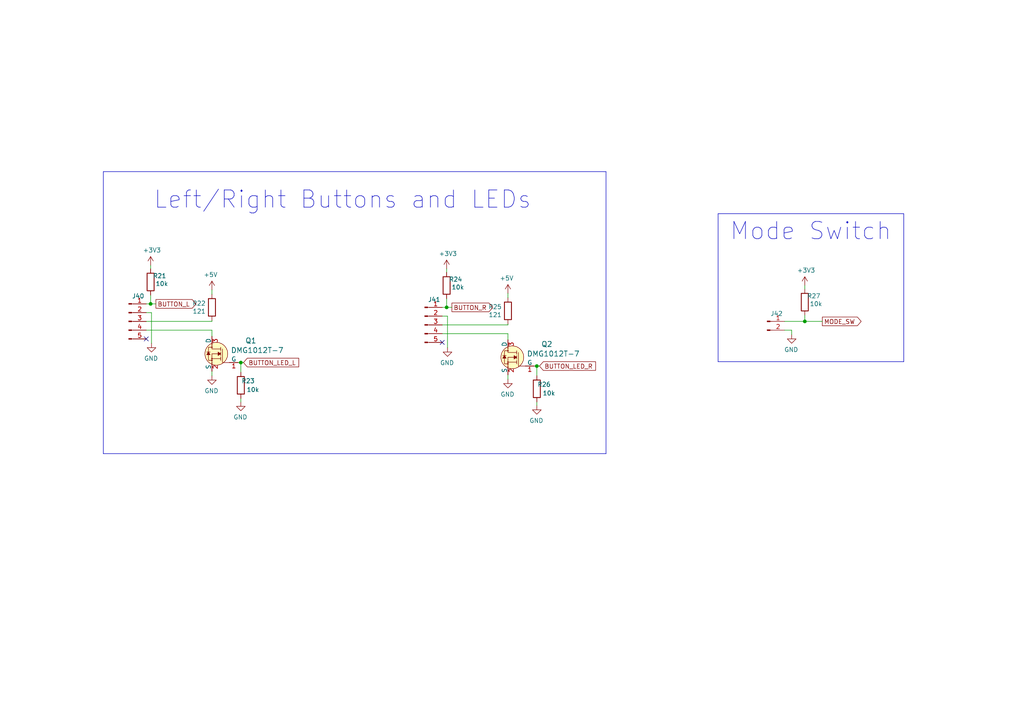
<source format=kicad_sch>
(kicad_sch (version 20230121) (generator eeschema)
  (paper "A4")
  (lib_symbols
    (symbol "Device:R" (pin_numbers hide) (pin_names (offset 0))
      (property "Reference" "R" (at 2.032 0 90))
      (property "Value" "R" (at 0 0 90))
      (symbol "R_0_1"
        (rectangle (start -1.016 -2.54) (end 1.016 2.54) (stroke (width 0.254)))
      )
      (symbol "R_1_1"
        (pin passive line (at 0 3.81 270) (length 1.27) (name "~") (number "1"))
        (pin passive line (at 0 -3.81 90) (length 1.27) (name "~") (number "2"))
      )
    )
    (symbol "SpaceCenter_MainBoard_KiCAD-rescue:+3.3V-power" (power) (pin_names (offset 0))
      (property "Value" "+3.3V-power" (at 0 3.556 0))
      (symbol "+3.3V-power_0_1"
        (polyline (pts (xy -0.762 1.27) (xy 0 2.54)))
        (polyline (pts (xy 0 0) (xy 0 2.54)))
        (polyline (pts (xy 0 2.54) (xy 0.762 1.27)))
      )
      (symbol "+3.3V-power_1_1"
        (pin power_in line (at 0 0 90) (length 0) hide (name "+3V3") (number "1"))
      )
    )
    (symbol "SpaceCenter_MainBoard_KiCAD-rescue:Conn_01x02_Male-Connector" (pin_names (offset 1.016) hide)
      (property "Reference" "J" (at 0 2.54 0))
      (property "Value" "Connector_Conn_01x02_Male" (at 0 -5.08 0))
      (symbol "Conn_01x02_Male-Connector_1_1"
        (polyline (pts (xy 1.27 -2.54) (xy 0.8636 -2.54)) (stroke (width 0.1524)))
        (polyline (pts (xy 1.27 0) (xy 0.8636 0)) (stroke (width 0.1524)))
        (rectangle (start 0.8636 -2.413) (end 0 -2.667) (stroke (width 0.1524)) (fill (type outline)))
        (rectangle (start 0.8636 0.127) (end 0 -0.127) (stroke (width 0.1524)) (fill (type outline)))
        (pin passive line (at 5.08 0 180) (length 3.81) (name "Pin_1") (number "1"))
        (pin passive line (at 5.08 -2.54 180) (length 3.81) (name "Pin_2") (number "2"))
      )
    )
    (symbol "SpaceCenter_MainBoard_KiCAD-rescue:Conn_01x05_Male-Connector" (pin_names (offset 1.016) hide)
      (property "Reference" "J" (at 0 7.62 0))
      (property "Value" "Connector_Conn_01x05_Male" (at 0 -7.62 0))
      (symbol "Conn_01x05_Male-Connector_1_1"
        (polyline (pts (xy 1.27 -5.08) (xy 0.8636 -5.08)) (stroke (width 0.1524)))
        (polyline (pts (xy 1.27 -2.54) (xy 0.8636 -2.54)) (stroke (width 0.1524)))
        (polyline (pts (xy 1.27 0) (xy 0.8636 0)) (stroke (width 0.1524)))
        (polyline (pts (xy 1.27 2.54) (xy 0.8636 2.54)) (stroke (width 0.1524)))
        (polyline (pts (xy 1.27 5.08) (xy 0.8636 5.08)) (stroke (width 0.1524)))
        (rectangle (start 0.8636 -4.953) (end 0 -5.207) (stroke (width 0.1524)) (fill (type outline)))
        (rectangle (start 0.8636 -2.413) (end 0 -2.667) (stroke (width 0.1524)) (fill (type outline)))
        (rectangle (start 0.8636 0.127) (end 0 -0.127) (stroke (width 0.1524)) (fill (type outline)))
        (rectangle (start 0.8636 2.667) (end 0 2.413) (stroke (width 0.1524)) (fill (type outline)))
        (rectangle (start 0.8636 5.207) (end 0 4.953) (stroke (width 0.1524)) (fill (type outline)))
        (pin passive line (at 5.08 5.08 180) (length 3.81) (name "Pin_1") (number "1"))
        (pin passive line (at 5.08 2.54 180) (length 3.81) (name "Pin_2") (number "2"))
        (pin passive line (at 5.08 0 180) (length 3.81) (name "Pin_3") (number "3"))
        (pin passive line (at 5.08 -2.54 180) (length 3.81) (name "Pin_4") (number "4"))
        (pin passive line (at 5.08 -5.08 180) (length 3.81) (name "Pin_5") (number "5"))
      )
    )
    (symbol "SpaceCenter_MainBoard_KiCAD-rescue:DMG1012T-7-dk_Transistors-FETs-MOSFETs-Single" (pin_names (offset 0))
      (property "Reference" "Q" (at -2.6924 3.6322 0))
      (property "Value" "dk_Transistors-FETs-MOSFETs-Single_DMG1012T-7" (at 3.4544 0 90))
      (symbol "DMG1012T-7-dk_Transistors-FETs-MOSFETs-Single_0_1"
        (circle (center -1.27 0) (radius 3.302) (fill (type background)))
        (circle (center 0 -1.905) (radius 0.127))
        (circle (center 0 -1.397) (radius 0.127))
        (polyline (pts (xy 0 -1.397) (xy -2.54 -1.397)))
        (polyline (pts (xy -5.08 -2.54) (xy -3.048 -2.54) (xy -3.048 1.397)))
        (polyline (pts (xy 0 -2.54) (xy 0 0) (xy -2.54 0)))
        (polyline (pts (xy 0 2.54) (xy 0 1.397) (xy -2.54 1.397)))
        (polyline (pts (xy -0.127 -1.905) (xy 1.016 -1.905) (xy 1.016 1.397) (xy 1.016 1.905) (xy -0.127 1.905)))
        (circle (center 0 1.905) (radius 0.127))
      )
      (symbol "DMG1012T-7-dk_Transistors-FETs-MOSFETs-Single_1_1"
        (polyline (pts (xy -2.54 -1.397) (xy -2.54 -1.905)))
        (polyline (pts (xy -2.54 -1.397) (xy -2.54 -0.889)))
        (polyline (pts (xy -2.54 0) (xy -2.54 -0.508)))
        (polyline (pts (xy -2.54 0) (xy -2.54 0.508)))
        (polyline (pts (xy -2.54 1.905) (xy -2.54 0.889)))
        (polyline (pts (xy 1.524 0.508) (xy 0.508 0.508)))
        (polyline (pts (xy -2.54 0) (xy -1.778 0.508) (xy -1.778 -0.508) (xy -2.54 0)) (fill (type outline)))
        (polyline (pts (xy 1.016 0.508) (xy 0.508 -0.254) (xy 1.524 -0.254) (xy 1.016 0.508)) (fill (type outline)))
        (pin bidirectional line (at -7.62 -2.54 0) (length 2.54) (name "G") (number "1"))
        (pin bidirectional line (at 0 -5.08 90) (length 2.54) (name "S") (number "2"))
        (pin bidirectional line (at 0 5.08 270) (length 2.54) (name "D") (number "3"))
      )
    )
    (symbol "power:+5V" (power) (pin_names (offset 0))
      (property "Value" "+5V" (at 0 3.556 0))
      (symbol "+5V_0_1"
        (polyline (pts (xy -0.762 1.27) (xy 0 2.54)))
        (polyline (pts (xy 0 0) (xy 0 2.54)))
        (polyline (pts (xy 0 2.54) (xy 0.762 1.27)))
      )
      (symbol "+5V_1_1"
        (pin power_in line (at 0 0 90) (length 0) hide (name "+5V") (number "1"))
      )
    )
    (symbol "power:GND" (power) (pin_names (offset 0))
      (property "Value" "GND" (at 0 -3.81 0))
      (symbol "GND_0_1"
        (polyline (pts (xy 0 0) (xy 0 -1.27) (xy 1.27 -1.27) (xy 0 -2.54) (xy -1.27 -1.27) (xy 0 -1.27)))
      )
      (symbol "GND_1_1"
        (pin power_in line (at 0 0 270) (length 0) hide (name "GND") (number "1"))
      )
    )
  )
  (junction (at 43.688 88.138))
  (junction (at 69.85 105.156))
  (junction (at 129.54 89.154))
  (junction (at 233.426 93.218))
  (junction (at 155.702 106.172))
  (no_connect (at 42.418 98.298))
  (no_connect (at 128.27 99.314))
  (wire (pts (xy 129.794 91.694) (xy 129.794 100.838)))
  (wire (pts (xy 128.27 96.774) (xy 147.32 96.774)))
  (wire (pts (xy 147.32 94.234) (xy 128.27 94.234)))
  (wire (pts (xy 69.85 107.95) (xy 69.85 105.156)))
  (polyline (pts (xy 262.128 61.976) (xy 208.28 61.976)))
  (wire (pts (xy 147.32 94.234) (xy 147.32 93.98)))
  (wire (pts (xy 155.702 108.966) (xy 155.702 106.172)))
  (wire (pts (xy 43.688 85.598) (xy 43.688 88.138)))
  (polyline (pts (xy 262.128 104.902) (xy 262.128 61.976)))
  (wire (pts (xy 61.468 93.218) (xy 42.418 93.218)))
  (wire (pts (xy 42.418 90.678) (xy 43.942 90.678)))
  (wire (pts (xy 61.468 95.758) (xy 61.468 97.536)))
  (wire (pts (xy 128.27 89.154) (xy 129.54 89.154)))
  (polyline (pts (xy 29.972 131.572) (xy 175.768 131.572)))
  (wire (pts (xy 61.468 84.074) (xy 61.468 85.344)))
  (wire (pts (xy 129.54 86.614) (xy 129.54 89.154)))
  (wire (pts (xy 129.54 89.154) (xy 131.064 89.154)))
  (wire (pts (xy 229.616 95.758) (xy 229.616 97.028)))
  (polyline (pts (xy 29.972 49.784) (xy 29.972 131.572)))
  (wire (pts (xy 156.464 106.172) (xy 155.702 106.172)))
  (wire (pts (xy 147.32 85.09) (xy 147.32 86.36)))
  (wire (pts (xy 147.32 108.712) (xy 147.32 109.982)))
  (wire (pts (xy 233.426 82.804) (xy 233.426 83.82)))
  (wire (pts (xy 61.468 107.696) (xy 61.468 108.966)))
  (wire (pts (xy 42.418 95.758) (xy 61.468 95.758)))
  (polyline (pts (xy 208.28 61.976) (xy 208.28 104.902)))
  (wire (pts (xy 43.942 90.678) (xy 43.942 99.568)))
  (wire (pts (xy 69.85 105.156) (xy 69.088 105.156)))
  (wire (pts (xy 129.54 77.978) (xy 129.54 78.994)))
  (wire (pts (xy 238.506 93.218) (xy 233.426 93.218)))
  (wire (pts (xy 69.85 116.586) (xy 69.85 115.57)))
  (wire (pts (xy 43.688 76.962) (xy 43.688 77.978)))
  (wire (pts (xy 43.688 88.138) (xy 45.212 88.138)))
  (wire (pts (xy 227.584 93.218) (xy 233.426 93.218)))
  (wire (pts (xy 147.32 96.774) (xy 147.32 98.552)))
  (polyline (pts (xy 208.28 104.902) (xy 262.128 104.902)))
  (wire (pts (xy 70.612 105.156) (xy 69.85 105.156)))
  (wire (pts (xy 61.468 93.218) (xy 61.468 92.964)))
  (polyline (pts (xy 175.768 49.784) (xy 29.972 49.784)))
  (wire (pts (xy 128.27 91.694) (xy 129.794 91.694)))
  (wire (pts (xy 155.702 117.602) (xy 155.702 116.586)))
  (polyline (pts (xy 175.768 131.572) (xy 175.768 49.784)))
  (wire (pts (xy 233.426 93.218) (xy 233.426 91.44)))
  (wire (pts (xy 42.418 88.138) (xy 43.688 88.138)))
  (wire (pts (xy 155.702 106.172) (xy 154.94 106.172)))
  (wire (pts (xy 227.584 95.758) (xy 229.616 95.758)))
  (text "Mode Switch" (at 211.582 70.104 0) (effects (font (size 5.0038 5.0038)) (justify left bottom)))
  (text "Left/Right Buttons and LEDs" (at 44.45 60.96 0) (effects (font (size 5.0038 5.0038)) (justify left bottom)))
  (global_label "BUTTON_R" (shape output) (at 131.064 89.154 0) (property "Intersheetrefs" "${INTERSHEET_REFS}" (effects hide)))
  (global_label "MODE_SW" (shape output) (at 238.506 93.218 0) (property "Intersheetrefs" "${INTERSHEET_REFS}" (effects hide)))
  (global_label "BUTTON_LED_R" (shape input) (at 156.464 106.172 0) (property "Intersheetrefs" "${INTERSHEET_REFS}" (effects hide)))
  (global_label "BUTTON_LED_L" (shape input) (at 70.612 105.156 0) (property "Intersheetrefs" "${INTERSHEET_REFS}" (effects hide)))
  (global_label "BUTTON_L" (shape output) (at 45.212 88.138 0) (property "Intersheetrefs" "${INTERSHEET_REFS}" (effects hide)))
  (symbol (lib_id "SpaceCenter_MainBoard_KiCAD-rescue:+3.3V-power") (at 43.688 76.962 0) (unit 1)
    (property "Reference" "#PWR0135" (effects hide))
    (property "Value" "+3.3V" (at 44.069 72.5678 0))
    (instances (project "SpaceCenter_MainBoard_KiCAD" (path "" (reference "#PWR0135") (unit 1)) (path "" (reference "#PWR?") (unit 1))))
  )
  (symbol (lib_id "Device:R") (at 43.688 81.788 0) (mirror y) (unit 1)
    (property "Reference" "R21" (at 48.26 80.01 0) (effects (justify left)))
    (property "Value" "10k" (at 48.768 82.296 0) (effects (justify left)))
    (property "Footprint" "Resistor_SMD:R_0603_1608Metric_Pad1.05x0.95mm_HandSolder" (effects hide))
    (instances (project "SpaceCenter_MainBoard_KiCAD" (path "" (reference "R21") (unit 1)) (path "" (reference "R?") (unit 1))))
  )
  (symbol (lib_id "power:GND") (at 43.942 99.568 0) (mirror y) (unit 1)
    (property "Reference" "#PWR0136" (effects hide))
    (property "Value" "GND" (at 43.815 103.9622 0))
    (instances (project "SpaceCenter_MainBoard_KiCAD" (path "" (reference "#PWR0136") (unit 1)) (path "" (reference "#PWR?") (unit 1))))
  )
  (symbol (lib_id "power:+5V") (at 61.468 84.074 0) (mirror y) (unit 1)
    (property "Reference" "#PWR0137" (effects hide))
    (property "Value" "+5V" (at 61.087 79.6798 0))
    (instances (project "SpaceCenter_MainBoard_KiCAD" (path "" (reference "#PWR0137") (unit 1)) (path "" (reference "#PWR?") (unit 1))))
  )
  (symbol (lib_id "Device:R") (at 61.468 89.154 0) (mirror y) (unit 1)
    (property "Reference" "R22" (at 59.69 87.9856 0) (effects (justify left)))
    (property "Value" "121" (at 59.69 90.297 0) (effects (justify left)))
    (property "Footprint" "Resistor_SMD:R_0603_1608Metric_Pad1.05x0.95mm_HandSolder" (effects hide))
    (instances (project "SpaceCenter_MainBoard_KiCAD" (path "" (reference "R22") (unit 1)) (path "" (reference "R?") (unit 1))))
  )
  (symbol (lib_id "power:GND") (at 61.468 108.966 0) (mirror y) (unit 1)
    (property "Reference" "#PWR0138" (effects hide))
    (property "Value" "GND" (at 61.341 113.3602 0))
    (instances (project "SpaceCenter_MainBoard_KiCAD" (path "" (reference "#PWR0138") (unit 1)) (path "" (reference "#PWR?") (unit 1))))
  )
  (symbol (lib_id "SpaceCenter_MainBoard_KiCAD-rescue:DMG1012T-7-dk_Transistors-FETs-MOSFETs-Single") (at 61.468 102.616 0) (mirror y) (unit 1)
    (property "Reference" "Q1" (at 74.422 98.806 0) (effects (font (size 1.524 1.524)) (justify left)))
    (property "Value" "DMG1012T-7" (at 82.296 101.6 0) (effects (font (size 1.524 1.524)) (justify left)))
    (property "Footprint" "digikey-footprints:SOT-523" (effects hide))
    (property "Datasheet" "https://www.diodes.com/assets/Datasheets/ds31783.pdf" (effects hide))
    (property "Digi-Key_PN" "DMG1012T-7DICT-ND" (effects hide))
    (property "MPN" "DMG1012T-7" (effects hide))
    (property "Category" "Discrete Semiconductor Products" (effects hide))
    (property "Family" "Transistors - FETs, MOSFETs - Single" (effects hide))
    (property "DK_Datasheet_Link" "https://www.diodes.com/assets/Datasheets/ds31783.pdf" (effects hide))
    (property "DK_Detail_Page" "/product-detail/en/diodes-incorporated/DMG1012T-7/DMG1012T-7DICT-ND/2181232" (effects hide))
    (property "Description" "MOSFET N-CH 20V 630MA SOT-523" (effects hide))
    (property "Manufacturer" "Diodes Incorporated" (effects hide))
    (property "Status" "Active" (effects hide))
    (instances (project "SpaceCenter_MainBoard_KiCAD" (path "" (reference "Q1") (unit 1)) (path "" (reference "Q?") (unit 1))))
  )
  (symbol (lib_id "Device:R") (at 69.85 111.76 0) (mirror y) (unit 1)
    (property "Reference" "R23" (at 73.914 110.49 0) (effects (justify left)))
    (property "Value" "10k" (at 75.184 113.03 0) (effects (justify left)))
    (property "Footprint" "Resistor_SMD:R_0603_1608Metric_Pad1.05x0.95mm_HandSolder" (effects hide))
    (instances (project "SpaceCenter_MainBoard_KiCAD" (path "" (reference "R23") (unit 1)) (path "" (reference "R?") (unit 1))))
  )
  (symbol (lib_id "power:GND") (at 69.85 116.586 0) (mirror y) (unit 1)
    (property "Reference" "#PWR0139" (effects hide))
    (property "Value" "GND" (at 69.723 120.9802 0))
    (instances (project "SpaceCenter_MainBoard_KiCAD" (path "" (reference "#PWR0139") (unit 1)) (path "" (reference "#PWR?") (unit 1))))
  )
  (symbol (lib_id "SpaceCenter_MainBoard_KiCAD-rescue:+3.3V-power") (at 129.54 77.978 0) (unit 1)
    (property "Reference" "#PWR0140" (effects hide))
    (property "Value" "+3.3V" (at 129.921 73.5838 0))
    (instances (project "SpaceCenter_MainBoard_KiCAD" (path "" (reference "#PWR0140") (unit 1)) (path "" (reference "#PWR?") (unit 1))))
  )
  (symbol (lib_id "Device:R") (at 129.54 82.804 0) (mirror y) (unit 1)
    (property "Reference" "R24" (at 134.112 81.026 0) (effects (justify left)))
    (property "Value" "10k" (at 134.62 83.312 0) (effects (justify left)))
    (property "Footprint" "Resistor_SMD:R_0603_1608Metric_Pad1.05x0.95mm_HandSolder" (effects hide))
    (instances (project "SpaceCenter_MainBoard_KiCAD" (path "" (reference "R24") (unit 1)) (path "" (reference "R?") (unit 1))))
  )
  (symbol (lib_id "power:GND") (at 129.794 100.838 0) (mirror y) (unit 1)
    (property "Reference" "#PWR0141" (effects hide))
    (property "Value" "GND" (at 129.667 105.2322 0))
    (instances (project "SpaceCenter_MainBoard_KiCAD" (path "" (reference "#PWR0141") (unit 1)) (path "" (reference "#PWR?") (unit 1))))
  )
  (symbol (lib_id "power:+5V") (at 147.32 85.09 0) (mirror y) (unit 1)
    (property "Reference" "#PWR0142" (effects hide))
    (property "Value" "+5V" (at 146.939 80.6958 0))
    (instances (project "SpaceCenter_MainBoard_KiCAD" (path "" (reference "#PWR0142") (unit 1)) (path "" (reference "#PWR?") (unit 1))))
  )
  (symbol (lib_id "Device:R") (at 147.32 90.17 0) (mirror y) (unit 1)
    (property "Reference" "R25" (at 145.542 89.0016 0) (effects (justify left)))
    (property "Value" "121" (at 145.542 91.313 0) (effects (justify left)))
    (property "Footprint" "Resistor_SMD:R_0603_1608Metric_Pad1.05x0.95mm_HandSolder" (effects hide))
    (instances (project "SpaceCenter_MainBoard_KiCAD" (path "" (reference "R25") (unit 1)) (path "" (reference "R?") (unit 1))))
  )
  (symbol (lib_id "power:GND") (at 147.32 109.982 0) (mirror y) (unit 1)
    (property "Reference" "#PWR0143" (effects hide))
    (property "Value" "GND" (at 147.193 114.3762 0))
    (instances (project "SpaceCenter_MainBoard_KiCAD" (path "" (reference "#PWR0143") (unit 1)) (path "" (reference "#PWR?") (unit 1))))
  )
  (symbol (lib_id "SpaceCenter_MainBoard_KiCAD-rescue:DMG1012T-7-dk_Transistors-FETs-MOSFETs-Single") (at 147.32 103.632 0) (mirror y) (unit 1)
    (property "Reference" "Q2" (at 160.274 99.822 0) (effects (font (size 1.524 1.524)) (justify left)))
    (property "Value" "DMG1012T-7" (at 168.148 102.616 0) (effects (font (size 1.524 1.524)) (justify left)))
    (property "Footprint" "digikey-footprints:SOT-523" (effects hide))
    (property "Datasheet" "https://www.diodes.com/assets/Datasheets/ds31783.pdf" (effects hide))
    (property "Digi-Key_PN" "DMG1012T-7DICT-ND" (effects hide))
    (property "MPN" "DMG1012T-7" (effects hide))
    (property "Category" "Discrete Semiconductor Products" (effects hide))
    (property "Family" "Transistors - FETs, MOSFETs - Single" (effects hide))
    (property "DK_Datasheet_Link" "https://www.diodes.com/assets/Datasheets/ds31783.pdf" (effects hide))
    (property "DK_Detail_Page" "/product-detail/en/diodes-incorporated/DMG1012T-7/DMG1012T-7DICT-ND/2181232" (effects hide))
    (property "Description" "MOSFET N-CH 20V 630MA SOT-523" (effects hide))
    (property "Manufacturer" "Diodes Incorporated" (effects hide))
    (property "Status" "Active" (effects hide))
    (instances (project "SpaceCenter_MainBoard_KiCAD" (path "" (reference "Q2") (unit 1)) (path "" (reference "Q?") (unit 1))))
  )
  (symbol (lib_id "Device:R") (at 155.702 112.776 0) (mirror y) (unit 1)
    (property "Reference" "R26" (at 159.766 111.506 0) (effects (justify left)))
    (property "Value" "10k" (at 161.036 114.046 0) (effects (justify left)))
    (property "Footprint" "Resistor_SMD:R_0603_1608Metric_Pad1.05x0.95mm_HandSolder" (effects hide))
    (instances (project "SpaceCenter_MainBoard_KiCAD" (path "" (reference "R26") (unit 1)) (path "" (reference "R?") (unit 1))))
  )
  (symbol (lib_id "power:GND") (at 155.702 117.602 0) (mirror y) (unit 1)
    (property "Reference" "#PWR0144" (effects hide))
    (property "Value" "GND" (at 155.575 121.9962 0))
    (instances (project "SpaceCenter_MainBoard_KiCAD" (path "" (reference "#PWR0144") (unit 1)) (path "" (reference "#PWR?") (unit 1))))
  )
  (symbol (lib_id "SpaceCenter_MainBoard_KiCAD-rescue:Conn_01x02_Male-Connector") (at 222.504 93.218 0) (unit 1)
    (property "Reference" "J42" (at 225.2472 90.9574 0))
    (property "Value" "Conn_01x02_Male" (effects hide))
    (property "Footprint" "Connector_PinHeader_2.54mm:PinHeader_1x02_P2.54mm_Vertical" (effects hide))
  )
  (symbol (lib_id "SpaceCenter_MainBoard_KiCAD-rescue:+3.3V-power") (at 233.426 82.804 0) (unit 1)
    (property "Reference" "#PWR0146" (effects hide))
    (property "Value" "+3.3V" (at 233.807 78.4098 0))
    (instances (project "SpaceCenter_MainBoard_KiCAD" (path "" (reference "#PWR0146") (unit 1)) (path "" (reference "#PWR?") (unit 1))))
  )
  (symbol (lib_id "Device:R") (at 233.426 87.63 0) (mirror y) (unit 1)
    (property "Reference" "R27" (at 237.998 85.852 0) (effects (justify left)))
    (property "Value" "10k" (at 238.506 88.138 0) (effects (justify left)))
    (property "Footprint" "Resistor_SMD:R_0603_1608Metric_Pad1.05x0.95mm_HandSolder" (effects hide))
    (instances (project "SpaceCenter_MainBoard_KiCAD" (path "" (reference "R27") (unit 1)) (path "" (reference "R?") (unit 1))))
  )
  (symbol (lib_id "power:GND") (at 229.616 97.028 0) (mirror y) (unit 1)
    (property "Reference" "#PWR0145" (effects hide))
    (property "Value" "GND" (at 229.489 101.4222 0))
    (instances (project "SpaceCenter_MainBoard_KiCAD" (path "" (reference "#PWR0145") (unit 1)) (path "" (reference "#PWR?") (unit 1))))
  )
  (symbol (lib_id "SpaceCenter_MainBoard_KiCAD-rescue:Conn_01x05_Male-Connector") (at 123.19 94.234 0) (unit 1)
    (property "Reference" "J41" (at 125.9332 86.8934 0))
    (property "Value" "Conn_01x05_Male" (effects hide))
    (property "Footprint" "Connector_JST:JST_SH_BM05B-SRSS-TB_1x05-1MP_P1.00mm_Vertical" (effects hide))
  )
  (symbol (lib_id "SpaceCenter_MainBoard_KiCAD-rescue:Conn_01x05_Male-Connector") (at 37.338 93.218 0) (unit 1)
    (property "Reference" "J40" (at 40.0812 85.8774 0))
    (property "Value" "Conn_01x05_Male" (effects hide))
    (property "Footprint" "Connector_JST:JST_SH_BM05B-SRSS-TB_1x05-1MP_P1.00mm_Vertical" (effects hide))
  )
)
</source>
